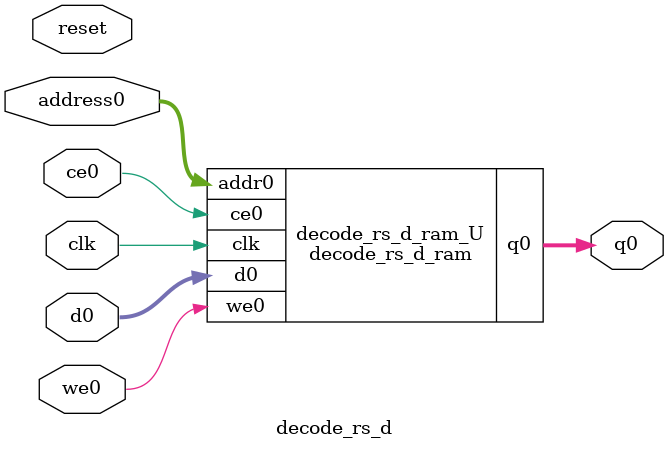
<source format=v>
`timescale 1 ns / 1 ps
module decode_rs_d_ram (addr0, ce0, d0, we0, q0,  clk);

parameter DWIDTH = 9;
parameter AWIDTH = 5;
parameter MEM_SIZE = 22;

input[AWIDTH-1:0] addr0;
input ce0;
input[DWIDTH-1:0] d0;
input we0;
output reg[DWIDTH-1:0] q0;
input clk;

reg [DWIDTH-1:0] ram[0:MEM_SIZE-1];




always @(posedge clk)  
begin 
    if (ce0) begin
        if (we0) 
            ram[addr0] <= d0; 
        q0 <= ram[addr0];
    end
end


endmodule

`timescale 1 ns / 1 ps
module decode_rs_d(
    reset,
    clk,
    address0,
    ce0,
    we0,
    d0,
    q0);

parameter DataWidth = 32'd9;
parameter AddressRange = 32'd22;
parameter AddressWidth = 32'd5;
input reset;
input clk;
input[AddressWidth - 1:0] address0;
input ce0;
input we0;
input[DataWidth - 1:0] d0;
output[DataWidth - 1:0] q0;



decode_rs_d_ram decode_rs_d_ram_U(
    .clk( clk ),
    .addr0( address0 ),
    .ce0( ce0 ),
    .we0( we0 ),
    .d0( d0 ),
    .q0( q0 ));

endmodule


</source>
